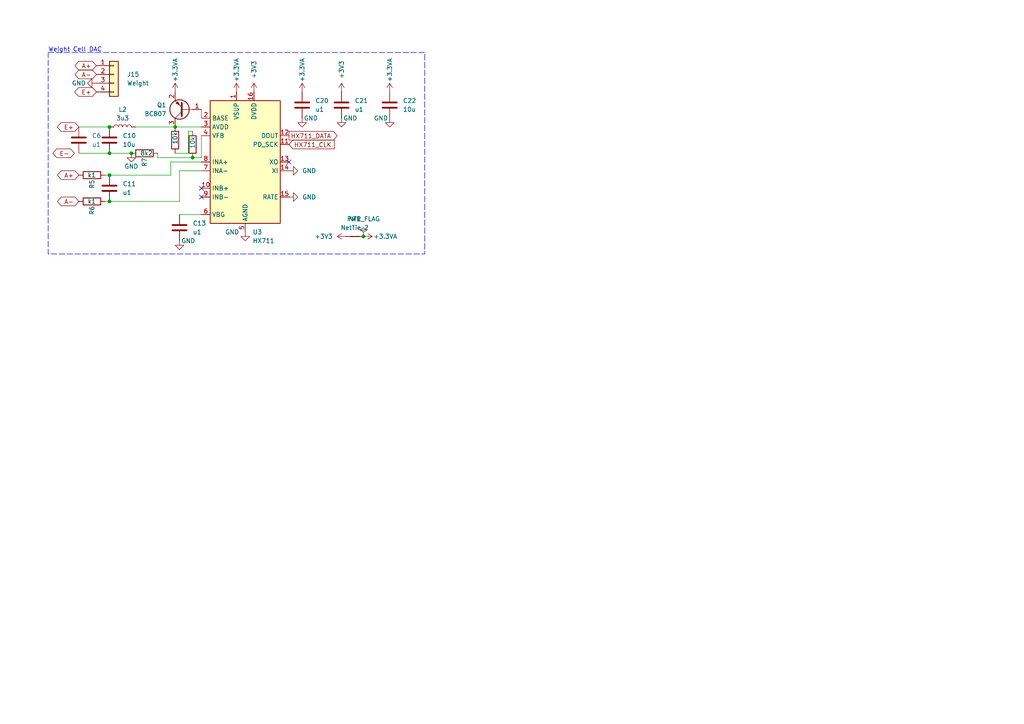
<source format=kicad_sch>
(kicad_sch (version 20250114) (generator "eeschema") (generator_version "9.0")
  (paper "A4")
  (lib_symbols
    (symbol "Analog_ADC:HX711"
      (property "Reference" "U" (at 5.08 21.59 0))
      (property "Value" "HX711" (at 7.62 19.05 0))
      (symbol "HX711_0_1"
        (rectangle (start -10.16 17.78) (end 10.16 -17.78) (stroke (width 0.254)) (fill (type background)))
      )
      (symbol "HX711_1_1"
        (pin passive line (at -12.7 12.7 0) (length 2.54) (name "BASE") (number "2"))
        (pin power_in line (at -12.7 10.16 0) (length 2.54) (name "AVDD") (number "3"))
        (pin input line (at -12.7 7.62 0) (length 2.54) (name "VFB") (number "4"))
        (pin input line (at -12.7 0 0) (length 2.54) (name "INA+") (number "8"))
        (pin input line (at -12.7 -2.54 0) (length 2.54) (name "INA-") (number "7"))
        (pin input line (at -12.7 -7.62 0) (length 2.54) (name "INB+") (number "10"))
        (pin input line (at -12.7 -10.16 0) (length 2.54) (name "INB-") (number "9"))
        (pin passive line (at -12.7 -15.24 0) (length 2.54) (name "VBG") (number "6"))
        (pin power_in line (at -2.54 20.32 270) (length 2.54) (name "VSUP") (number "1"))
        (pin power_in line (at 0 -20.32 90) (length 2.54) (name "AGND") (number "5"))
        (pin power_in line (at 2.54 20.32 270) (length 2.54) (name "DVDD") (number "16"))
        (pin output line (at 12.7 7.62 180) (length 2.54) (name "DOUT") (number "12"))
        (pin input line (at 12.7 5.08 180) (length 2.54) (name "PD_SCK") (number "11"))
        (pin passive line (at 12.7 0 180) (length 2.54) (name "XO") (number "13"))
        (pin passive line (at 12.7 -2.54 180) (length 2.54) (name "XI") (number "14"))
        (pin input line (at 12.7 -10.16 180) (length 2.54) (name "RATE") (number "15"))
      )
    )
    (symbol "Connector_Generic:Conn_01x04" (pin_names (offset 1.016) (hide yes))
      (property "Reference" "J" (at 0 5.08 0))
      (property "Value" "Conn_01x04" (at 0 -7.62 0))
      (symbol "Conn_01x04_1_1"
        (rectangle (start -1.27 3.81) (end 1.27 -6.35) (stroke (width 0.254)) (fill (type background)))
        (rectangle (start -1.27 2.667) (end 0 2.413) (stroke (width 0.1524)))
        (rectangle (start -1.27 0.127) (end 0 -0.127) (stroke (width 0.1524)))
        (rectangle (start -1.27 -2.413) (end 0 -2.667) (stroke (width 0.1524)))
        (rectangle (start -1.27 -4.953) (end 0 -5.207) (stroke (width 0.1524)))
        (pin passive line (at -5.08 2.54 0) (length 3.81) (name "Pin_1") (number "1"))
        (pin passive line (at -5.08 0 0) (length 3.81) (name "Pin_2") (number "2"))
        (pin passive line (at -5.08 -2.54 0) (length 3.81) (name "Pin_3") (number "3"))
        (pin passive line (at -5.08 -5.08 0) (length 3.81) (name "Pin_4") (number "4"))
      )
    )
    (symbol "Device:C" (pin_numbers (hide yes)) (pin_names (offset 0.254))
      (property "Reference" "C" (at 0.635 2.54 0))
      (property "Value" "C" (at 0.635 -2.54 0))
      (symbol "C_0_1"
        (polyline (pts (xy -2.032 0.762) (xy 2.032 0.762)) (stroke (width 0.508)))
        (polyline (pts (xy -2.032 -0.762) (xy 2.032 -0.762)) (stroke (width 0.508)))
      )
      (symbol "C_1_1"
        (pin passive line (at 0 3.81 270) (length 2.794) (name "~") (number "1"))
        (pin passive line (at 0 -3.81 90) (length 2.794) (name "~") (number "2"))
      )
    )
    (symbol "Device:L" (pin_numbers (hide yes)) (pin_names (offset 1.016) (hide yes))
      (property "Reference" "L" (at -1.27 0 90))
      (property "Value" "L" (at 1.905 0 90))
      (symbol "L_0_1"
        (arc (start 0 2.54) (mid 0.6323 1.905) (end 0 1.27))
        (arc (start 0 1.27) (mid 0.6323 0.635) (end 0 0))
        (arc (start 0 0) (mid 0.6323 -0.635) (end 0 -1.27))
        (arc (start 0 -1.27) (mid 0.6323 -1.905) (end 0 -2.54))
      )
      (symbol "L_1_1"
        (pin passive line (at 0 3.81 270) (length 1.27) (name "1") (number "1"))
        (pin passive line (at 0 -3.81 90) (length 1.27) (name "2") (number "2"))
      )
    )
    (symbol "Device:NetTie_2" (pin_numbers (hide yes)) (pin_names (offset 0) (hide yes)) (in_bom no)
      (property "Reference" "NT" (at 0 1.27 0))
      (property "Value" "NetTie_2" (at 0 -1.27 0))
      (symbol "NetTie_2_0_1"
        (polyline (pts (xy -1.27 0) (xy 1.27 0)) (stroke (width 0.254)))
      )
      (symbol "NetTie_2_1_1"
        (pin passive line (at -2.54 0 0) (length 2.54) (name "1") (number "1"))
        (pin passive line (at 2.54 0 180) (length 2.54) (name "2") (number "2"))
      )
    )
    (symbol "Device:R" (pin_numbers (hide yes)) (pin_names (offset 0))
      (property "Reference" "R" (at 2.032 0 90))
      (property "Value" "R" (at 0 0 90))
      (symbol "R_0_1"
        (rectangle (start -1.016 -2.54) (end 1.016 2.54) (stroke (width 0.254)))
      )
      (symbol "R_1_1"
        (pin passive line (at 0 3.81 270) (length 1.27) (name "~") (number "1"))
        (pin passive line (at 0 -3.81 90) (length 1.27) (name "~") (number "2"))
      )
    )
    (symbol "Transistor_BJT:BC807" (pin_names (offset 0) (hide yes))
      (property "Reference" "Q" (at 5.08 1.905 0))
      (property "Value" "BC807" (at 5.08 0 0))
      (symbol "BC807_0_1"
        (polyline (pts (xy -2.54 0) (xy 0.635 0)))
        (polyline (pts (xy 0.635 1.905) (xy 0.635 -1.905)) (stroke (width 0.508)))
        (polyline (pts (xy 0.635 0.635) (xy 2.54 2.54)))
        (polyline (pts (xy 0.635 -0.635) (xy 2.54 -2.54)))
        (circle (center 1.27 0) (radius 2.8194) (stroke (width 0.254)))
        (polyline (pts (xy 2.286 -1.778) (xy 1.778 -2.286) (xy 1.27 -1.27) (xy 2.286 -1.778)) (fill (type outline)))
      )
      (symbol "BC807_1_1"
        (pin input line (at -5.08 0 0) (length 2.54) (name "B") (number "1"))
        (pin passive line (at 2.54 5.08 270) (length 2.54) (name "C") (number "3"))
        (pin passive line (at 2.54 -5.08 90) (length 2.54) (name "E") (number "2"))
      )
    )
    (symbol "power:+3.3VA" (power) (pin_numbers (hide yes)) (pin_names (offset 0) (hide yes))
      (property "Value" "+3.3VA" (at 0 3.556 0))
      (symbol "+3.3VA_0_1"
        (polyline (pts (xy -0.762 1.27) (xy 0 2.54)))
        (polyline (pts (xy 0 2.54) (xy 0.762 1.27)))
        (polyline (pts (xy 0 0) (xy 0 2.54)))
      )
      (symbol "+3.3VA_1_1"
        (pin power_in line (at 0 0 90) (length 0) (name "~") (number "1"))
      )
    )
    (symbol "power:+3V3" (power) (pin_numbers (hide yes)) (pin_names (offset 0) (hide yes))
      (property "Value" "+3V3" (at 0 3.556 0))
      (symbol "+3V3_0_1"
        (polyline (pts (xy -0.762 1.27) (xy 0 2.54)))
        (polyline (pts (xy 0 2.54) (xy 0.762 1.27)))
        (polyline (pts (xy 0 0) (xy 0 2.54)))
      )
      (symbol "+3V3_1_1"
        (pin power_in line (at 0 0 90) (length 0) (name "~") (number "1"))
      )
    )
    (symbol "power:GND" (power) (pin_numbers (hide yes)) (pin_names (offset 0) (hide yes))
      (property "Value" "GND" (at 0 -3.81 0))
      (symbol "GND_0_1"
        (polyline (pts (xy 0 0) (xy 0 -1.27) (xy 1.27 -1.27) (xy 0 -2.54) (xy -1.27 -1.27) (xy 0 -1.27)))
      )
      (symbol "GND_1_1"
        (pin power_in line (at 0 0 270) (length 0) (name "~") (number "1"))
      )
    )
    (symbol "power:PWR_FLAG" (power) (pin_numbers (hide yes)) (pin_names (offset 0) (hide yes))
      (property "Value" "PWR_FLAG" (at 0 3.81 0))
      (symbol "PWR_FLAG_0_0"
        (pin power_out line (at 0 0 90) (length 0) (name "~") (number "1"))
      )
      (symbol "PWR_FLAG_0_1"
        (polyline (pts (xy 0 0) (xy 0 1.27) (xy -1.016 1.905) (xy 0 2.54) (xy 1.016 1.905) (xy 0 1.27)))
      )
    )
  )
  (rectangle (start 13.97 15.24) (end 123.19 73.66) (stroke (width 0) (type dash)))
  (text "Weight Cell DAC" (at 13.97 15.24 0) (effects (font (size 1.27 1.27)) (justify left bottom)))
  (junction (at 50.8 36.83))
  (junction (at 55.88 45.72))
  (junction (at 38.1 44.45))
  (junction (at 31.75 58.42))
  (junction (at 31.75 44.45))
  (junction (at 31.75 36.83))
  (junction (at 31.75 50.8))
  (junction (at 105.41 68.58))
  (no_connect (at 58.42 57.15))
  (no_connect (at 58.42 54.61))
  (no_connect (at 83.82 46.99))
  (wire (pts (xy 30.48 50.8) (xy 31.75 50.8)))
  (wire (pts (xy 52.07 62.23) (xy 58.42 62.23)))
  (wire (pts (xy 52.07 58.42) (xy 31.75 58.42)))
  (wire (pts (xy 31.75 44.45) (xy 38.1 44.45)))
  (wire (pts (xy 22.86 44.45) (xy 31.75 44.45)))
  (wire (pts (xy 52.07 49.53) (xy 52.07 58.42)))
  (wire (pts (xy 30.48 58.42) (xy 31.75 58.42)))
  (wire (pts (xy 45.72 45.72) (xy 45.72 44.45)))
  (wire (pts (xy 49.53 46.99) (xy 58.42 46.99)))
  (wire (pts (xy 58.42 39.37) (xy 58.42 45.72)))
  (wire (pts (xy 50.8 36.83) (xy 58.42 36.83)))
  (wire (pts (xy 58.42 31.75) (xy 58.42 34.29)))
  (wire (pts (xy 55.88 38.1) (xy 54.61 38.1)))
  (wire (pts (xy 58.42 49.53) (xy 52.07 49.53)))
  (wire (pts (xy 54.61 38.1) (xy 54.61 44.45)))
  (wire (pts (xy 49.53 46.99) (xy 49.53 50.8)))
  (wire (pts (xy 45.72 45.72) (xy 55.88 45.72)))
  (wire (pts (xy 22.86 36.83) (xy 31.75 36.83)))
  (wire (pts (xy 39.37 36.83) (xy 50.8 36.83)))
  (wire (pts (xy 55.88 45.72) (xy 58.42 45.72)))
  (wire (pts (xy 49.53 50.8) (xy 31.75 50.8)))
  (wire (pts (xy 54.61 44.45) (xy 50.8 44.45)))
  (global_label "E+" (shape bidirectional) (at 22.86 36.83 180) (property "Intersheetrefs" "${INTERSHEET_REFS}" (effects (hide yes))))
  (global_label "A+" (shape bidirectional) (at 27.94 19.05 180) (property "Intersheetrefs" "${INTERSHEET_REFS}" (effects (hide yes))))
  (global_label "A-" (shape bidirectional) (at 22.86 58.42 180) (property "Intersheetrefs" "${INTERSHEET_REFS}" (effects (hide yes))))
  (global_label "E-" (shape bidirectional) (at 21.59 44.45 180) (property "Intersheetrefs" "${INTERSHEET_REFS}" (effects (hide yes))))
  (global_label "A+" (shape bidirectional) (at 22.86 50.8 180) (property "Intersheetrefs" "${INTERSHEET_REFS}" (effects (hide yes))))
  (global_label "A-" (shape bidirectional) (at 27.94 21.59 180) (property "Intersheetrefs" "${INTERSHEET_REFS}" (effects (hide yes))))
  (global_label "E+" (shape bidirectional) (at 27.94 26.67 180) (property "Intersheetrefs" "${INTERSHEET_REFS}" (effects (hide yes))))
  (global_label "HX711_DATA" (shape output) (at 83.82 39.37 0) (property "Intersheetrefs" "${INTERSHEET_REFS}" (effects (hide yes))))
  (global_label "HX711_CLK" (shape input) (at 83.82 41.91 0) (property "Intersheetrefs" "${INTERSHEET_REFS}" (effects (hide yes))))
  (symbol (lib_id "power:GND") (at 71.12 67.31 0) (unit 1)
    (property "Reference" "#PWR015" (effects (hide yes)))
    (property "Value" "GND" (at 67.31 67.31 0))
    (property "Description" "Power symbol creates a global label with name \"GND\" , ground" (effects (hide yes)))
  )
  (symbol (lib_id "Device:R") (at 26.67 50.8 270) (unit 1)
    (property "Reference" "R5" (at 26.67 52.07 0) (effects (justify left)))
    (property "Value" "k1" (at 25.4 50.8 90) (effects (justify left)))
    (property "Footprint" "Resistor_SMD:R_0402_1005Metric" (effects (hide yes)))
    (property "Description" "Resistor" (effects (hide yes)))
  )
  (symbol (lib_id "Device:C") (at 22.86 40.64 0) (unit 1)
    (property "Reference" "C6" (at 26.67 39.3699 0) (effects (justify left)))
    (property "Value" "u1" (at 26.67 41.9099 0) (effects (justify left)))
    (property "Footprint" "Capacitor_SMD:C_0201_0603Metric" (effects (hide yes)))
    (property "Description" "Unpolarized capacitor" (effects (hide yes)))
  )
  (symbol (lib_id "power:GND") (at 83.82 57.15 90) (unit 1)
    (property "Reference" "#PWR020" (effects (hide yes)))
    (property "Value" "GND" (at 87.63 57.1499 90) (effects (justify right)))
    (property "Description" "Power symbol creates a global label with name \"GND\" , ground" (effects (hide yes)))
  )
  (symbol (lib_id "power:+3.3VA") (at 113.03 26.67 0) (unit 1)
    (property "Reference" "#PWR035" (effects (hide yes)))
    (property "Value" "+3.3VA" (at 113.03 20.32 90))
    (property "Description" "Power symbol creates a global label with name \"+3.3VA\"" (effects (hide yes)))
  )
  (symbol (lib_id "Analog_ADC:HX711") (at 71.12 46.99 0) (unit 1)
    (property "Reference" "U3" (at 73.2633 67.31 0) (effects (justify left)))
    (property "Value" "HX711" (at 73.2633 69.85 0) (effects (justify left)))
    (property "Footprint" "Package_SO:SOIC-16_3.9x9.9mm_P1.27mm" (effects (hide yes)))
    (property "Datasheet" "https://web.archive.org/web/20220615044707/https://akizukidenshi.com/download/ds/avia/hx711.pdf" (effects (hide yes)))
    (property "Description" "24-bit Analog-to-Digital Converter (ADC) for Weight Scales, SOIC-16 (SOP-16)" (effects (hide yes)))
  )
  (symbol (lib_id "power:PWR_FLAG") (at 105.41 68.58 0) (unit 1)
    (property "Reference" "#FLG04" (effects (hide yes)))
    (property "Value" "PWR_FLAG" (at 105.41 63.5 0))
    (property "Description" "Special symbol for telling ERC where power comes from" (effects (hide yes)))
  )
  (symbol (lib_id "Device:C") (at 52.07 66.04 0) (unit 1)
    (property "Reference" "C13" (at 55.88 64.7699 0) (effects (justify left)))
    (property "Value" "u1" (at 55.88 67.3099 0) (effects (justify left)))
    (property "Footprint" "Capacitor_SMD:C_0201_0603Metric" (effects (hide yes)))
    (property "Description" "Unpolarized capacitor" (effects (hide yes)))
  )
  (symbol (lib_id "power:+3V3") (at 73.66 26.67 0) (mirror y) (unit 1)
    (property "Reference" "#PWR016" (effects (hide yes)))
    (property "Value" "+3V3" (at 73.6599 22.86 90) (effects (justify left)))
    (property "Description" "Power symbol creates a global label with name \"+3V3\"" (effects (hide yes)))
  )
  (symbol (lib_id "Device:C") (at 31.75 40.64 0) (unit 1)
    (property "Reference" "C10" (at 35.56 39.3699 0) (effects (justify left)))
    (property "Value" "10u" (at 35.56 41.9099 0) (effects (justify left)))
    (property "Footprint" "Capacitor_SMD:C_0805_2012Metric_Pad1.18x1.45mm_HandSolder" (effects (hide yes)))
    (property "Description" "Unpolarized capacitor" (effects (hide yes)))
  )
  (symbol (lib_id "power:GND") (at 27.94 24.13 270) (unit 1)
    (property "Reference" "#PWR047" (effects (hide yes)))
    (property "Value" "GND" (at 22.86 24.13 90))
    (property "Description" "Power symbol creates a global label with name \"GND\" , ground" (effects (hide yes)))
  )
  (symbol (lib_id "Device:C") (at 99.06 30.48 0) (unit 1)
    (property "Reference" "C21" (at 102.87 29.2099 0) (effects (justify left)))
    (property "Value" "u1" (at 102.87 31.7499 0) (effects (justify left)))
    (property "Footprint" "Capacitor_SMD:C_0201_0603Metric" (effects (hide yes)))
    (property "Description" "Unpolarized capacitor" (effects (hide yes)))
  )
  (symbol (lib_id "power:GND") (at 83.82 49.53 90) (unit 1)
    (property "Reference" "#PWR019" (effects (hide yes)))
    (property "Value" "GND" (at 87.63 49.5299 90) (effects (justify right)))
    (property "Description" "Power symbol creates a global label with name \"GND\" , ground" (effects (hide yes)))
  )
  (symbol (lib_id "power:+3.3VA") (at 105.41 68.58 270) (unit 1)
    (property "Reference" "#PWR034" (effects (hide yes)))
    (property "Value" "+3.3VA" (at 111.76 68.58 90))
    (property "Description" "Power symbol creates a global label with name \"+3.3VA\"" (effects (hide yes)))
  )
  (symbol (lib_id "power:GND") (at 99.06 34.29 0) (unit 1)
    (property "Reference" "#PWR032" (effects (hide yes)))
    (property "Value" "GND" (at 101.6 34.29 0))
    (property "Description" "Power symbol creates a global label with name \"GND\" , ground" (effects (hide yes)))
  )
  (symbol (lib_id "power:GND") (at 52.07 69.85 0) (unit 1)
    (property "Reference" "#PWR013" (effects (hide yes)))
    (property "Value" "GND" (at 54.61 69.85 0))
    (property "Description" "Power symbol creates a global label with name \"GND\" , ground" (effects (hide yes)))
  )
  (symbol (lib_id "Device:R") (at 41.91 44.45 270) (unit 1)
    (property "Reference" "R7" (at 41.91 45.72 0) (effects (justify left)))
    (property "Value" "8k2" (at 40.64 44.45 90) (effects (justify left)))
    (property "Footprint" "Resistor_SMD:R_0402_1005Metric" (effects (hide yes)))
    (property "Description" "Resistor" (effects (hide yes)))
  )
  (symbol (lib_id "power:GND") (at 38.1 44.45 0) (unit 1)
    (property "Reference" "#PWR010" (effects (hide yes)))
    (property "Value" "GND" (at 38.1 48.26 0))
    (property "Description" "Power symbol creates a global label with name \"GND\" , ground" (effects (hide yes)))
  )
  (symbol (lib_id "power:+3V3") (at 100.33 68.58 90) (mirror x) (unit 1)
    (property "Reference" "#PWR033" (effects (hide yes)))
    (property "Value" "+3V3" (at 96.52 68.5801 90) (effects (justify left)))
    (property "Description" "Power symbol creates a global label with name \"+3V3\"" (effects (hide yes)))
  )
  (symbol (lib_id "Connector_Generic:Conn_01x04") (at 33.02 21.59 0) (unit 1)
    (property "Reference" "J15" (at 36.83 21.5899 0) (effects (justify left)))
    (property "Value" "Weight" (at 36.83 24.1299 0) (effects (justify left)))
    (property "Footprint" "liebler_CONN:JST_XH_S4B-XH-A-1_1x04_P2.50mm_Horizontal_SmallerCourtyard" (effects (hide yes)))
    (property "Description" "Generic connector, single row, 01x04, script generated (kicad-library-utils/schlib/autogen/connector/)" (effects (hide yes)))
  )
  (symbol (lib_id "power:+3V3") (at 99.06 26.67 0) (mirror y) (unit 1)
    (property "Reference" "#PWR031" (effects (hide yes)))
    (property "Value" "+3V3" (at 99.0599 22.86 90) (effects (justify left)))
    (property "Description" "Power symbol creates a global label with name \"+3V3\"" (effects (hide yes)))
  )
  (symbol (lib_id "Device:R") (at 55.88 41.91 0) (unit 1)
    (property "Reference" "R11" (effects (hide yes)))
    (property "Value" "10k" (at 55.88 43.18 90) (effects (justify left)))
    (property "Footprint" "Resistor_SMD:R_0201_0603Metric" (effects (hide yes)))
    (property "Description" "Resistor" (effects (hide yes)))
  )
  (symbol (lib_id "power:GND") (at 87.63 34.29 0) (unit 1)
    (property "Reference" "#PWR022" (effects (hide yes)))
    (property "Value" "GND" (at 90.17 34.29 0))
    (property "Description" "Power symbol creates a global label with name \"GND\" , ground" (effects (hide yes)))
  )
  (symbol (lib_id "Device:C") (at 31.75 54.61 0) (unit 1)
    (property "Reference" "C11" (at 35.56 53.3399 0) (effects (justify left)))
    (property "Value" "u1" (at 35.56 55.8799 0) (effects (justify left)))
    (property "Footprint" "Capacitor_SMD:C_0201_0603Metric" (effects (hide yes)))
    (property "Description" "Unpolarized capacitor" (effects (hide yes)))
  )
  (symbol (lib_id "power:+3.3VA") (at 50.8 26.67 0) (unit 1)
    (property "Reference" "#PWR012" (effects (hide yes)))
    (property "Value" "+3.3VA" (at 50.8 20.32 90))
    (property "Description" "Power symbol creates a global label with name \"+3.3VA\"" (effects (hide yes)))
  )
  (symbol (lib_id "Transistor_BJT:BC807") (at 53.34 31.75 180) (unit 1)
    (property "Reference" "Q1" (at 48.26 30.4799 0) (effects (justify left)))
    (property "Value" "BC807" (at 48.26 33.0199 0) (effects (justify left)))
    (property "Footprint" "liebler_SEMICONDUCTORS:SOT-23_smaller" (effects (hide yes)))
    (property "Datasheet" "https://www.onsemi.com/pub/Collateral/BC808-D.pdf" (effects (hide yes)))
    (property "Description" "0.8A Ic, 45V Vce, PNP Transistor, SOT-23" (effects (hide yes)))
  )
  (symbol (lib_id "Device:C") (at 87.63 30.48 0) (unit 1)
    (property "Reference" "C20" (at 91.44 29.2099 0) (effects (justify left)))
    (property "Value" "u1" (at 91.44 31.7499 0) (effects (justify left)))
    (property "Footprint" "Capacitor_SMD:C_0201_0603Metric" (effects (hide yes)))
    (property "Description" "Unpolarized capacitor" (effects (hide yes)))
  )
  (symbol (lib_id "Device:L") (at 35.56 36.83 90) (unit 1)
    (property "Reference" "L2" (at 35.56 31.75 90))
    (property "Value" "3u3" (at 35.56 34.29 90))
    (property "Footprint" "Inductor_SMD:L_0805_2012Metric_Pad1.15x1.40mm_HandSolder" (effects (hide yes)))
    (property "Description" "Inductor" (effects (hide yes)))
  )
  (symbol (lib_id "power:+3.3VA") (at 68.58 26.67 0) (unit 1)
    (property "Reference" "#PWR014" (effects (hide yes)))
    (property "Value" "+3.3VA" (at 68.58 20.32 90))
    (property "Description" "Power symbol creates a global label with name \"+3.3VA\"" (effects (hide yes)))
  )
  (symbol (lib_id "power:+3.3VA") (at 87.63 26.67 0) (unit 1)
    (property "Reference" "#PWR021" (effects (hide yes)))
    (property "Value" "+3.3VA" (at 87.63 20.32 90))
    (property "Description" "Power symbol creates a global label with name \"+3.3VA\"" (effects (hide yes)))
  )
  (symbol (lib_id "Device:C") (at 113.03 30.48 0) (unit 1)
    (property "Reference" "C22" (at 116.84 29.2099 0) (effects (justify left)))
    (property "Value" "10u" (at 116.84 31.7499 0) (effects (justify left)))
    (property "Footprint" "Capacitor_SMD:C_0805_2012Metric_Pad1.18x1.45mm_HandSolder" (effects (hide yes)))
    (property "Description" "Unpolarized capacitor" (effects (hide yes)))
  )
  (symbol (lib_id "Device:R") (at 50.8 40.64 0) (unit 1)
    (property "Reference" "R8" (effects (hide yes)))
    (property "Value" "10k" (at 50.8 41.91 90) (effects (justify left)))
    (property "Footprint" "Resistor_SMD:R_0201_0603Metric" (effects (hide yes)))
    (property "Description" "Resistor" (effects (hide yes)))
  )
  (symbol (lib_id "Device:NetTie_2") (at 102.87 68.58 0) (unit 1) (in_bom no)
    (property "Reference" "NT1" (at 102.87 63.5 0))
    (property "Value" "NetTie_2" (at 102.87 66.04 0))
    (property "Footprint" "NetTie:NetTie-2_SMD_Pad0.5mm" (effects (hide yes)))
    (property "Description" "Net tie, 2 pins" (effects (hide yes)))
  )
  (symbol (lib_id "power:GND") (at 113.03 34.29 0) (unit 1)
    (property "Reference" "#PWR036" (effects (hide yes)))
    (property "Value" "GND" (at 110.49 34.29 0))
    (property "Description" "Power symbol creates a global label with name \"GND\" , ground" (effects (hide yes)))
  )
  (symbol (lib_id "Device:R") (at 26.67 58.42 270) (unit 1)
    (property "Reference" "R6" (at 26.67 59.69 0) (effects (justify left)))
    (property "Value" "k1" (at 25.4 58.42 90) (effects (justify left)))
    (property "Footprint" "Resistor_SMD:R_0402_1005Metric" (effects (hide yes)))
    (property "Description" "Resistor" (effects (hide yes)))
  )
)
</source>
